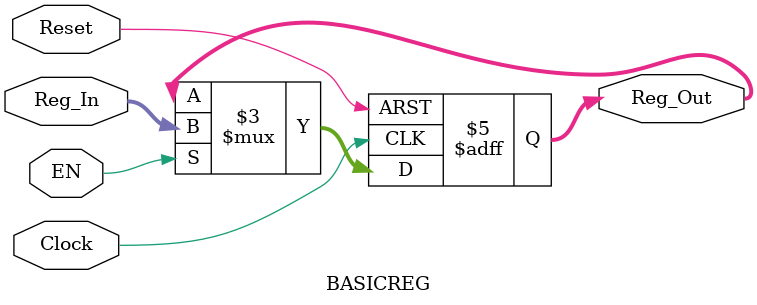
<source format=sv>
module BASICREG (
    output reg [7:0] Reg_Out,
    input wire Clock, Reset, EN,
    input wire [7:0] Reg_In
);

always @ (posedge Clock or negedge Reset)
begin: REGISTER
    if (!Reset)
        Reg_Out <= 8'h00;
    else
        if (EN)
            Reg_Out <= Reg_In;
end

endmodule

</source>
